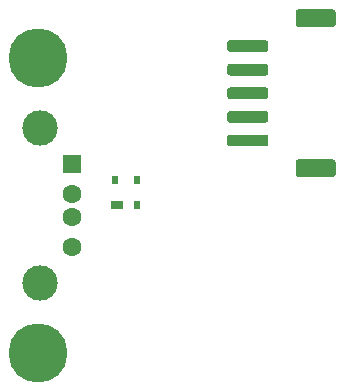
<source format=gts>
G04 #@! TF.GenerationSoftware,KiCad,Pcbnew,(5.1.9)-1*
G04 #@! TF.CreationDate,2021-08-18T12:55:09-04:00*
G04 #@! TF.ProjectId,si-mips-usb-a-if,73692d6d-6970-4732-9d75-73622d612d69,rev?*
G04 #@! TF.SameCoordinates,Original*
G04 #@! TF.FileFunction,Soldermask,Top*
G04 #@! TF.FilePolarity,Negative*
%FSLAX46Y46*%
G04 Gerber Fmt 4.6, Leading zero omitted, Abs format (unit mm)*
G04 Created by KiCad (PCBNEW (5.1.9)-1) date 2021-08-18 12:55:09*
%MOMM*%
%LPD*%
G01*
G04 APERTURE LIST*
%ADD10R,1.000000X0.700000*%
%ADD11R,0.600000X0.700000*%
%ADD12C,1.600000*%
%ADD13R,1.500000X1.600000*%
%ADD14C,3.000000*%
%ADD15C,5.000000*%
G04 APERTURE END LIST*
G04 #@! TO.C,J2*
G36*
G01*
X114150000Y-71500000D02*
X111150000Y-71500000D01*
G75*
G02*
X110900000Y-71250000I0J250000D01*
G01*
X110900000Y-70750000D01*
G75*
G02*
X111150000Y-70500000I250000J0D01*
G01*
X114150000Y-70500000D01*
G75*
G02*
X114400000Y-70750000I0J-250000D01*
G01*
X114400000Y-71250000D01*
G75*
G02*
X114150000Y-71500000I-250000J0D01*
G01*
G37*
G36*
G01*
X114150000Y-69500000D02*
X111150000Y-69500000D01*
G75*
G02*
X110900000Y-69250000I0J250000D01*
G01*
X110900000Y-68750000D01*
G75*
G02*
X111150000Y-68500000I250000J0D01*
G01*
X114150000Y-68500000D01*
G75*
G02*
X114400000Y-68750000I0J-250000D01*
G01*
X114400000Y-69250000D01*
G75*
G02*
X114150000Y-69500000I-250000J0D01*
G01*
G37*
G36*
G01*
X114150000Y-67500000D02*
X111150000Y-67500000D01*
G75*
G02*
X110900000Y-67250000I0J250000D01*
G01*
X110900000Y-66750000D01*
G75*
G02*
X111150000Y-66500000I250000J0D01*
G01*
X114150000Y-66500000D01*
G75*
G02*
X114400000Y-66750000I0J-250000D01*
G01*
X114400000Y-67250000D01*
G75*
G02*
X114150000Y-67500000I-250000J0D01*
G01*
G37*
G36*
G01*
X114150000Y-65500000D02*
X111150000Y-65500000D01*
G75*
G02*
X110900000Y-65250000I0J250000D01*
G01*
X110900000Y-64750000D01*
G75*
G02*
X111150000Y-64500000I250000J0D01*
G01*
X114150000Y-64500000D01*
G75*
G02*
X114400000Y-64750000I0J-250000D01*
G01*
X114400000Y-65250000D01*
G75*
G02*
X114150000Y-65500000I-250000J0D01*
G01*
G37*
G36*
G01*
X114150000Y-63500000D02*
X111150000Y-63500000D01*
G75*
G02*
X110900000Y-63250000I0J250000D01*
G01*
X110900000Y-62750000D01*
G75*
G02*
X111150000Y-62500000I250000J0D01*
G01*
X114150000Y-62500000D01*
G75*
G02*
X114400000Y-62750000I0J-250000D01*
G01*
X114400000Y-63250000D01*
G75*
G02*
X114150000Y-63500000I-250000J0D01*
G01*
G37*
G36*
G01*
X119850000Y-74100000D02*
X116950000Y-74100000D01*
G75*
G02*
X116700000Y-73850000I0J250000D01*
G01*
X116700000Y-72850000D01*
G75*
G02*
X116950000Y-72600000I250000J0D01*
G01*
X119850000Y-72600000D01*
G75*
G02*
X120100000Y-72850000I0J-250000D01*
G01*
X120100000Y-73850000D01*
G75*
G02*
X119850000Y-74100000I-250000J0D01*
G01*
G37*
G36*
G01*
X119850000Y-61400000D02*
X116950000Y-61400000D01*
G75*
G02*
X116700000Y-61150000I0J250000D01*
G01*
X116700000Y-60150000D01*
G75*
G02*
X116950000Y-59900000I250000J0D01*
G01*
X119850000Y-59900000D01*
G75*
G02*
X120100000Y-60150000I0J-250000D01*
G01*
X120100000Y-61150000D01*
G75*
G02*
X119850000Y-61400000I-250000J0D01*
G01*
G37*
G04 #@! TD*
D10*
G04 #@! TO.C,U1*
X101590000Y-76500000D03*
D11*
X103310000Y-76500000D03*
X103310000Y-74300000D03*
X101410000Y-74300000D03*
G04 #@! TD*
D12*
G04 #@! TO.C,J1*
X97800000Y-80000000D03*
X97800000Y-77500000D03*
X97800000Y-75500000D03*
D13*
X97800000Y-73000000D03*
D14*
X95090000Y-83070000D03*
X95090000Y-69930000D03*
G04 #@! TD*
D15*
G04 #@! TO.C,H1*
X94870000Y-64000000D03*
G04 #@! TD*
G04 #@! TO.C,H2*
X94870000Y-89000000D03*
G04 #@! TD*
M02*

</source>
